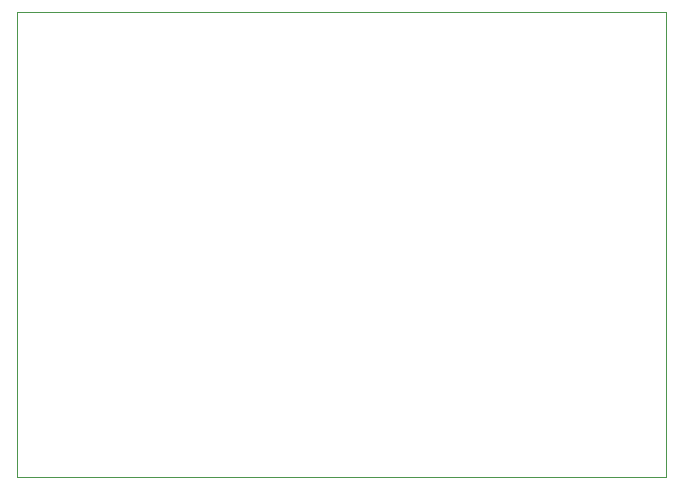
<source format=gbr>
%TF.GenerationSoftware,KiCad,Pcbnew,(5.1.8)-1*%
%TF.CreationDate,2020-12-21T16:49:44+02:00*%
%TF.ProjectId,Thermometer,54686572-6d6f-46d6-9574-65722e6b6963,rev?*%
%TF.SameCoordinates,Original*%
%TF.FileFunction,Profile,NP*%
%FSLAX46Y46*%
G04 Gerber Fmt 4.6, Leading zero omitted, Abs format (unit mm)*
G04 Created by KiCad (PCBNEW (5.1.8)-1) date 2020-12-21 16:49:44*
%MOMM*%
%LPD*%
G01*
G04 APERTURE LIST*
%TA.AperFunction,Profile*%
%ADD10C,0.050000*%
%TD*%
G04 APERTURE END LIST*
D10*
X86868000Y-129794000D02*
X31877000Y-129794000D01*
X86868000Y-169164000D02*
X86868000Y-129794000D01*
X31877000Y-169164000D02*
X86868000Y-169164000D01*
X31877000Y-129794000D02*
X31877000Y-169164000D01*
M02*

</source>
